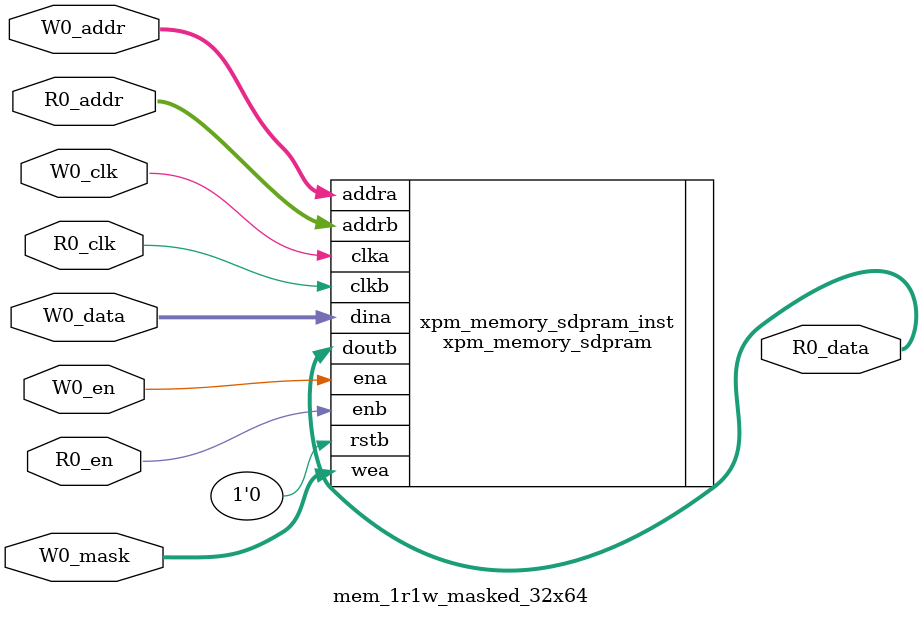
<source format=v>
module mem_1r1w_masked_32x64 (
  input [4:0] R0_addr,
  input R0_en,
  input R0_clk,
  output [63:0] R0_data,
  input [4:0] W0_addr,
  input W0_en,
  input W0_clk,
  input [63:0] W0_data,
  input [7:0] W0_mask
);

  xpm_memory_sdpram #(
    .ADDR_WIDTH_A(5),
    .ADDR_WIDTH_B(5),
    .BYTE_WRITE_WIDTH_A(8),
    .MEMORY_SIZE(2048),
    .READ_DATA_WIDTH_B(64),
    .READ_LATENCY_B(1),
    .WRITE_DATA_WIDTH_A(64)
  ) xpm_memory_sdpram_inst (
    .dina(W0_data),
    .addra(W0_addr),
    .ena(W0_en),
    .wea(W0_mask),
    .clka(W0_clk),
    .addrb(R0_addr),
    .clkb(R0_clk),
    .enb(R0_en),
    .doutb(R0_data),
    .rstb(1'b0)
  );
endmodule

</source>
